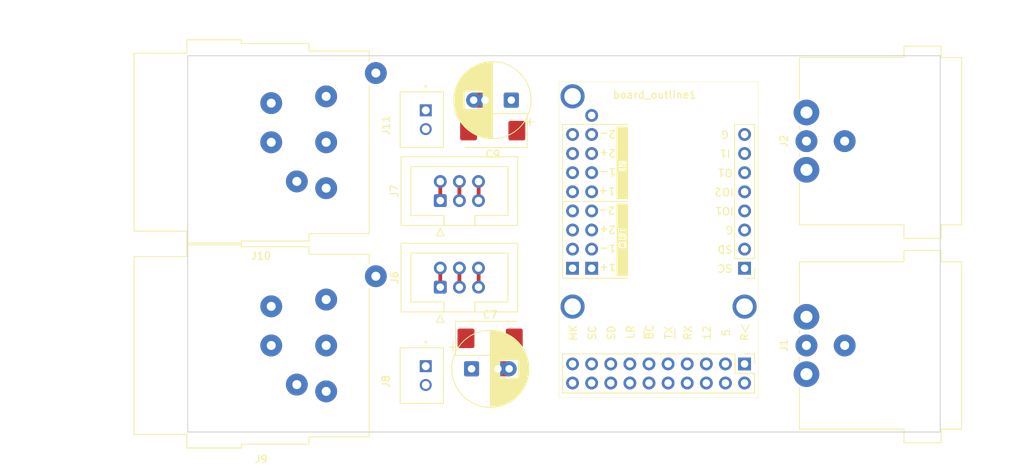
<source format=kicad_pcb>
(kicad_pcb (version 20241229) (generator "pcbnew") (generator_version "9.0")
  (layers (0 "F.Cu" signal) (2 "B.Cu" signal) (13 "F.Paste" user) (15 "B.Paste" user) (5 "F.SilkS" user "F.Silkscreen") (7 "B.SilkS" user "B.Silkscreen") (1 "F.Mask" user) (3 "B.Mask" user) (25 "Edge.Cuts" user))
  (net 0 "")
  (net 1 "34_RX8_RESET2")
  (net 2 "MCLK1+TDM1")
  (net 3 "/AUDIO_IN1P")
  (net 4 "GND")
  (net 6 "7_OUT1A+")
  (net 7 "SDA0")
  (net 10 "8_IN1")
  (net 13 "SCL0")
  (net 15 "BCLK1+TDM1")
  (net 19 "3.3V Teensy")
  (net 20 "35_TX8_RESET")
  (net 21 "/AUDIO_IN2P")
  (net 22 "/AUDIO_OUT2P")
  (net 23 "5V")
  (net 27 "LRCK1+TDM1")
  (net 50 "/AUDIO_IN2M")
  (net 51 "/AUDIO_OUT2M")
  (net 52 "/AUDIO_OUT1M")
  (net 53 "/AUDIO_OUT1P")
  (net 54 "/AUDIO_IN1M")
  (net 55 "/AUDIO_IN2M+")
  (net 56 "G")
  (net 57 "/AUDIO_IN2P+")
  (net 58 "/AUDIO_IN1P+")
  (net 59 "/AUDIO_IN1M+")
  (net 62 "Net-(C9-Pad2)")
  (footprint "project_fp:COMBO_XLR_NCJ6FI-H" (layer "F.Cu") (at 100 88.5)
    (property "Reference" "J9" (at 9.75 15.1 180) (layer "F.SilkS"))
    (property "Value" "COMBO_NCJ6FA-H")
    (pad "" np_thru_hole circle (at 7 4 180) (size 2.1 2.1) (drill 2.1) (layers "*.Cu" "*.Mask"))
    (pad "1" thru_hole circle (at 18.4 6.1 180) (size 2.9 2.9) (drill 1.2) (layers "*.Cu" "*.Mask"))
    (pad "2" thru_hole circle (at 18.4 -6.1 180) (size 2.9 2.9) (drill 1.2) (layers "*.Cu" "*.Mask"))
    (pad "3" thru_hole circle (at 18.4 0 180) (size 2.9 2.9) (drill 1.2) (layers "*.Cu" "*.Mask"))
    (pad "G" thru_hole circle (at 11.1 0 180) (size 2.9 2.9) (drill 1.2) (layers "*.Cu" "*.Mask"))
    (pad "R" thru_hole circle (at 14.5 5.2 180) (size 2.9 2.9) (drill 1.2) (layers "*.Cu" "*.Mask"))
    (pad "S" thru_hole circle (at 11.1 -5.2 180) (size 2.9 2.9) (drill 1.2) (layers "*.Cu" "*.Mask"))
    (pad "T" thru_hole circle (at 25 -9.2 180) (size 2.9 2.9) (drill 1.2) (layers "*.Cu" "*.Mask"))
  )
  (footprint "project_fp:audio_project_board_outline_100x50_minus4mounts" (layer "F.Cu") (at 200 100 90)
    (property "Reference" "board_outline3" (hide yes))
    (property "Value" "board_outline")
    (fp_line (start 0 -100) (end 50 -100) (stroke (width 0.12)) (layer "Edge.Cuts"))
    (fp_line (start 50 0) (end 50 -100) (stroke (width 0.12)) (layer "Edge.Cuts"))
    (fp_line (start 0 0) (end 0 -100) (stroke (width 0.12)) (layer "Edge.Cuts"))
    (fp_line (start 0 0) (end 50 0) (stroke (width 0.12)) (layer "Edge.Cuts"))
  )
  (footprint "project_fp:PREAMP_BYPASS_IDC-Header_2x03_P2.54mm_Vertical" (layer "F.Cu") (at 133.562323 80.7525 90)
    (property "Reference" "J6" (at 1.27 -6.1 90) (layer "F.SilkS"))
    (property "Value" "Conn_02x03_Odd_Even")
    (fp_line (start 0 0) (end 2.54 0) (stroke (width 0.5)) (layer "F.Cu"))
    (fp_line (start 0.03 2.54) (end 2.57 2.54) (stroke (width 0.5)) (layer "F.Cu"))
    (fp_line (start -0.02 5.1) (end 2.52 5.1) (stroke (width 0.5)) (layer "F.Cu"))
    (pad "1" thru_hole roundrect (at 0 0 90) (size 1.7 1.7) (drill 1) (layers "*.Cu" "*.Mask") (roundrect_rratio 0.147059) (net 3 "/AUDIO_IN1P"))
    (pad "2" thru_hole circle (at 2.54 0 90) (size 1.7 1.7) (drill 1) (layers "*.Cu" "*.Mask") (net 58 "/AUDIO_IN1P+"))
    (pad "3" thru_hole circle (at 0 2.54 90) (size 1.7 1.7) (drill 1) (layers "*.Cu" "*.Mask") (net 56 "G"))
    (pad "4" thru_hole circle (at 2.54 2.54 90) (size 1.7 1.7) (drill 1) (layers "*.Cu" "*.Mask") (net 56 "G"))
    (pad "5" thru_hole circle (at 0 5.08 90) (size 1.7 1.7) (drill 1) (layers "*.Cu" "*.Mask") (net 54 "/AUDIO_IN1M"))
    (pad "6" thru_hole circle (at 2.54 5.08 90) (size 1.7 1.7) (drill 1) (layers "*.Cu" "*.Mask") (net 59 "/AUDIO_IN1M+"))
  )
  (footprint "project_fp:audio_module_board_outline_50x34.5_d1_mod" (layer "F.Cu") (at 175.8 95.455 90)
    (property "Reference" "board_outline1" (at 40.25 -13.75 180) (layer "F.SilkS"))
    (property "Value" "TAC5212 Module" (hide yes))
    (fp_text user "SD" (at 19.76 -4.405 180) (layer "F.SilkS"))
    (fp_text user "IN" (at 30.8 -18 90) (layer "F.SilkS" knockout))
    (fp_text user "1+" (at 17.28 -20.005 180) (layer "F.SilkS"))
    (fp_text user "2-" (at 24.9 -20.1 180) (layer "F.SilkS"))
    (fp_text user "OUT" (at 21.2 -18 90) (layer "F.SilkS" knockout))
    (fp_text user "IO2" (at 27.38 -4.5 180) (layer "F.SilkS"))
    (fp_text user "RX" (at 8.64 -9.335 90) (layer "F.SilkS"))
    (fp_text user "G" (at 35 -4.405 180) (layer "F.SilkS"))
    (fp_text user "IO1" (at 24.84 -4.5 180) (layer "F.SilkS"))
    (fp_text user "1-" (at 29.98 -20.005 180) (layer "F.SilkS"))
    (fp_text user "R" (at 8.05 -1.8 90) (layer "F.SilkS"))
    (fp_text user "2-" (at 35.06 -20.005 180) (layer "F.SilkS"))
    (fp_text user "TX" (at 8.64 -11.875 90) (layer "F.SilkS"))
    (fp_text user "5" (at 8.64 -4.255 90) (layer "F.SilkS"))
    (fp_text user "G" (at 22.3 -3.805 180) (layer "F.SilkS"))
    (fp_text user "MK" (at 8.64 -24.575 90) (layer "F.SilkS"))
    (fp_text user "I1" (at 32.46 -4.405 180) (layer "F.SilkS"))
    (fp_text user "LR" (at 8.735 -16.955 90) (layer "F.SilkS"))
    (fp_text user "SC" (at 8.64 -22.035 90) (layer "F.SilkS"))
    (fp_text user "12" (at 8.64 -6.795 90) (layer "F.SilkS"))
    (fp_text user "SD" (at 8.64 -19.495 90) (layer "F.SilkS"))
    (fp_text user "SC" (at 17.22 -4.405 180) (layer "F.SilkS"))
    (fp_text user "O1" (at 29.92 -4.405 180) (layer "F.SilkS"))
    (fp_text user "1+" (at 27.44 -20.1 180) (layer "F.SilkS"))
    (fp_text user "2+" (at 32.52 -20.005 180) (layer "F.SilkS"))
    (fp_text user "1-" (at 19.82 -20.005 180) (layer "F.SilkS"))
    (fp_text user "2+" (at 22.36 -20.005 180) (layer "F.SilkS"))
    (fp_text user "BC" (at 8.735 -14.415 90) (layer "F.SilkS"))
    (pad "1" thru_hole rect (at 4.505 -1.805 270) (size 1.7 1.7) (drill 1) (layers "*.Cu" "*.Mask") (net 20 "35_TX8_RESET"))
    (pad "2" thru_hole oval (at 1.965 -1.805 270) (size 1.7 1.7) (drill 1) (layers "*.Cu" "*.Mask") (net 1 "34_RX8_RESET2"))
    (pad "3" thru_hole oval (at 4.505 -4.345 270) (size 1.7 1.7) (drill 1) (layers "*.Cu" "*.Mask") (net 23 "5V"))
    (pad "4" thru_hole oval (at 1.965 -4.345 270) (size 1.7 1.7) (drill 1) (layers "*.Cu" "*.Mask") (net 19 "3.3V Teensy"))
    (pad "5" thru_hole oval (at 4.505 -6.885 270) (size 1.7 1.7) (drill 1) (layers "*.Cu" "*.Mask"))
    (pad "6" thru_hole oval (at 1.965 -6.885 270) (size 1.7 1.7) (drill 1) (layers "*.Cu" "*.Mask") (net 4 "GND"))
    (pad "7" thru_hole oval (at 4.505 -9.425 270) (size 1.7 1.7) (drill 1) (layers "*.Cu" "*.Mask") (net 6 "7_OUT1A+"))
    (pad "8" thru_hole oval (at 1.965 -9.425 270) (size 1.7 1.7) (drill 1) (layers "*.Cu" "*.Mask") (net 4 "GND"))
    (pad "9" thru_hole oval (at 4.505 -11.965 270) (size 1.7 1.7) (drill 1) (layers "*.Cu" "*.Mask") (net 10 "8_IN1"))
    (pad "10" thru_hole oval (at 1.965 -11.965 270) (size 1.7 1.7) (drill 1) (layers "*.Cu" "*.Mask") (net 4 "GND"))
    (pad "11" thru_hole oval (at 4.505 -14.505 270) (size 1.7 1.7) (drill 1) (layers "*.Cu" "*.Mask") (net 15 "BCLK1+TDM1"))
    (pad "12" thru_hole oval (at 1.965 -14.505 270) (size 1.7 1.7) (drill 1) (layers "*.Cu" "*.Mask") (net 4 "GND"))
    (pad "13" thru_hole oval (at 4.505 -17.045 270) (size 1.7 1.7) (drill 1) (layers "*.Cu" "*.Mask") (net 27 "LRCK1+TDM1"))
    (pad "14" thru_hole oval (at 1.965 -17.045 270) (size 1.7 1.7) (drill 1) (layers "*.Cu" "*.Mask") (net 4 "GND"))
    (pad "15" thru_hole oval (at 4.505 -19.585 270) (size 1.7 1.7) (drill 1) (layers "*.Cu" "*.Mask") (net 7 "SDA0"))
    (pad "16" thru_hole oval (at 1.965 -19.585 270) (size 1.7 1.7) (drill 1) (layers "*.Cu" "*.Mask") (net 4 "GND"))
    (pad "17" thru_hole oval (at 4.505 -22.125 270) (size 1.7 1.7) (drill 1) (layers "*.Cu" "*.Mask") (net 13 "SCL0"))
    (pad "18" thru_hole oval (at 1.965 -22.125 270) (size 1.7 1.7) (drill 1) (layers "*.Cu" "*.Mask") (net 4 "GND"))
    (pad "19" thru_hole oval (at 4.505 -24.665 270) (size 1.7 1.7) (drill 1) (layers "*.Cu" "*.Mask") (net 2 "MCLK1+TDM1"))
    (pad "20" thru_hole oval (at 1.965 -24.665 270) (size 1.7 1.7) (drill 1) (layers "*.Cu" "*.Mask") (net 4 "GND"))
    (pad "21" thru_hole rect (at 17.215 -22.12 180) (size 1.7 1.7) (drill 1) (layers "*.Cu" "*.Mask") (net 53 "/AUDIO_OUT1P"))
    (pad "22" thru_hole rect (at 17.215 -24.66 180) (size 1.7 1.7) (drill 1) (layers "*.Cu" "*.Mask") (net 4 "GND"))
    (pad "23" thru_hole oval (at 19.755 -22.12 180) (size 1.7 1.7) (drill 1) (layers "*.Cu" "*.Mask") (net 52 "/AUDIO_OUT1M"))
    (pad "24" thru_hole oval (at 19.755 -24.66 180) (size 1.7 1.7) (drill 1) (layers "*.Cu" "*.Mask") (net 4 "GND"))
    (pad "25" thru_hole oval (at 22.295 -22.12 180) (size 1.7 1.7) (drill 1) (layers "*.Cu" "*.Mask") (net 22 "/AUDIO_OUT2P"))
    (pad "26" thru_hole oval (at 22.295 -24.66 180) (size 1.7 1.7) (drill 1) (layers "*.Cu" "*.Mask") (net 4 "GND"))
    (pad "27" thru_hole oval (at 24.835 -22.12 180) (size 1.7 1.7) (drill 1) (layers "*.Cu" "*.Mask") (net 51 "/AUDIO_OUT2M"))
    (pad "28" thru_hole oval (at 24.835 -24.66 180) (size 1.7 1.7) (drill 1) (layers "*.Cu" "*.Mask") (net 4 "GND"))
    (pad "29" thru_hole oval (at 27.375 -22.12 180) (size 1.7 1.7) (drill 1) (layers "*.Cu" "*.Mask") (net 3 "/AUDIO_IN1P"))
    (pad "30" thru_hole oval (at 27.375 -24.66 180) (size 1.7 1.7) (drill 1) (layers "*.Cu" "*.Mask") (net 4 "GND"))
    (pad "31" thru_hole oval (at 29.915 -22.12 180) (size 1.7 1.7) (drill 1) (layers "*.Cu" "*.Mask") (net 54 "/AUDIO_IN1M"))
    (pad "32" thru_hole oval (at 29.915 -24.66 180) (size 1.7 1.7) (drill 1) (layers "*.Cu" "*.Mask") (net 4 "GND"))
    (pad "33" thru_hole oval (at 32.455 -22.12 180) (size 1.7 1.7) (drill 1) (layers "*.Cu" "*.Mask") (net 21 "/AUDIO_IN2P"))
    (pad "34" thru_hole oval (at 32.455 -24.66 180) (size 1.7 1.7) (drill 1) (layers "*.Cu" "*.Mask") (net 4 "GND"))
    (pad "35" thru_hole oval (at 34.995 -22.12 180) (size 1.7 1.7) (drill 1) (layers "*.Cu" "*.Mask") (net 50 "/AUDIO_IN2M"))
    (pad "36" thru_hole oval (at 34.995 -24.66 180) (size 1.7 1.7) (drill 1) (layers "*.Cu" "*.Mask") (net 4 "GND"))
    (pad "37" thru_hole rect (at 17.215 -1.8 180) (size 1.7 1.7) (drill 1) (layers "*.Cu" "*.Mask"))
    (pad "38" thru_hole oval (at 19.755 -1.8 180) (size 1.7 1.7) (drill 1) (layers "*.Cu" "*.Mask"))
    (pad "39" thru_hole oval (at 22.295 -1.8 180) (size 1.7 1.7) (drill 1) (layers "*.Cu" "*.Mask"))
    (pad "40" thru_hole oval (at 24.835 -1.8 180) (size 1.7 1.7) (drill 1) (layers "*.Cu" "*.Mask"))
    (pad "41" thru_hole oval (at 27.375 -1.8 180) (size 1.7 1.7) (drill 1) (layers "*.Cu" "*.Mask"))
    (pad "42" thru_hole oval (at 29.915 -1.8 180) (size 1.7 1.7) (drill 1) (layers "*.Cu" "*.Mask"))
    (pad "43" thru_hole oval (at 32.455 -1.8 180) (size 1.7 1.7) (drill 1) (layers "*.Cu" "*.Mask"))
    (pad "44" thru_hole oval (at 34.995 -1.8 180) (size 1.7 1.7) (drill 1) (layers "*.Cu" "*.Mask"))
    (pad "48" thru_hole oval (at 37.52 -22.12 180) (size 1.7 1.7) (drill 1) (layers "*.Cu" "*.Mask"))
    (pad "49" thru_hole circle (at 12.12 -24.66 90) (size 3.2 3.2) (drill 2.2) (layers "*.Cu" "*.Mask"))
    (pad "50" thru_hole circle (at 40.06 -24.66 90) (size 3.2 3.2) (drill 2.2) (layers "*.Cu" "*.Mask"))
    (pad "51" thru_hole circle (at 12.12 -1.8 90) (size 3.2 3.2) (drill 2.2) (layers "*.Cu" "*.Mask") (net 4 "GND"))
  )
  (footprint "project_fp:XLRM_NC3MAH" (layer "F.Cu") (at 200 88.5 -90)
    (property "Reference" "J1" (at 0 20.78 90) (layer "F.SilkS"))
    (property "Value" "XLR3_Ground")
    (pad "" np_thru_hole circle (at -3.81 3.81 90) (size 1.6 1.6) (drill 1.6) (layers "*.Cu" "*.Mask"))
    (pad "" np_thru_hole circle (at 3.81 8.89 90) (size 1.6 1.6) (drill 1.6) (layers "*.Cu" "*.Mask"))
    (pad "1" thru_hole circle (at 3.81 17.78 90) (size 3.4 3.4) (drill 1.6) (layers "*.Cu" "*.Mask"))
    (pad "2" thru_hole circle (at -3.81 17.78 90) (size 3.4 3.4) (drill 1.6) (layers "*.Cu" "*.Mask"))
    (pad "3" thru_hole circle (at 0 17.78 90) (size 2.9 2.9) (drill 1.2) (layers "*.Cu" "*.Mask"))
    (pad "G" thru_hole circle (at 0 12.7 90) (size 2.9 2.9) (drill 1.2) (layers "*.Cu" "*.Mask"))
  )
  (footprint "project_fp:CP_Radial_D10.0mm_P5.00mm_AND_D8.0mm_P3.5mm" (layer "F.Cu") (at 137.714646 91.6)
    (property "Reference" "C7" (at 2.47 -7.2 0) (layer "F.SilkS"))
    (property "Value" "470 uF Electrolytic Audio-Grade")
    (pad "1" smd roundrect (at -0.7375 -4.05) (size 2.245 2.59) (layers "F.Cu" "F.Mask" "F.Paste") (roundrect_rratio 0.111359))
    (pad "1" thru_hole roundrect (at 0 0) (size 2 2) (drill 1) (layers "*.Cu" "*.Mask") (roundrect_rratio 0.125))
    (pad "2" thru_hole circle (at 3.5 0) (size 2 2) (drill 1) (layers "*.Cu" "*.Mask"))
    (pad "2" smd rect (at 4.25 0) (size 1.5 2) (layers "F.Cu" "F.Mask" "F.Paste"))
    (pad "2" thru_hole circle (at 5 0) (size 2 2) (drill 1) (layers "*.Cu" "*.Mask"))
    (pad "2" smd roundrect (at 5.6775 -4.05) (size 2.245 2.59) (layers "F.Cu" "F.Mask" "F.Paste") (roundrect_rratio 0.111359))
  )
  (footprint "project_fp:CP_Radial_D10.0mm_P5.00mm_AND_D8.0mm_P3.5mm" (layer "F.Cu") (at 143 55.9 180)
    (property "Reference" "C9" (at 2.47 -7.2 180) (layer "F.SilkS"))
    (property "Value" "470 uF Electrolytic Audio-Grade")
    (pad "1" smd roundrect (at -0.7375 -4.05 180) (size 2.245 2.59) (layers "F.Cu" "F.Mask" "F.Paste") (roundrect_rratio 0.111359))
    (pad "1" thru_hole roundrect (at 0 0 180) (size 2 2) (drill 1) (layers "*.Cu" "*.Mask") (roundrect_rratio 0.125))
    (pad "2" thru_hole circle (at 3.5 0 180) (size 2 2) (drill 1) (layers "*.Cu" "*.Mask") (net 62 "Net-(C9-Pad2)"))
    (pad "2" smd rect (at 4.25 0 180) (size 1.5 2) (layers "F.Cu" "F.Mask" "F.Paste") (net 62 "Net-(C9-Pad2)"))
    (pad "2" thru_hole circle (at 5 0 180) (size 2 2) (drill 1) (layers "*.Cu" "*.Mask") (net 62 "Net-(C9-Pad2)"))
    (pad "2" smd roundrect (at 5.6775 -4.05 180) (size 2.245 2.59) (layers "F.Cu" "F.Mask" "F.Paste") (roundrect_rratio 0.111359) (net 62 "Net-(C9-Pad2)"))
  )
  (footprint "project_fp:COMBO_XLR_NCJ6FI-H" (layer "F.Cu") (at 100 61.5)
    (property "Reference" "J10" (at 9.75 15.1 180) (layer "F.SilkS"))
    (property "Value" "COMBO_NCJ6FA-H")
    (pad "" np_thru_hole circle (at 7 4 180) (size 2.1 2.1) (drill 2.1) (layers "*.Cu" "*.Mask"))
    (pad "1" thru_hole circle (at 18.4 6.1 180) (size 2.9 2.9) (drill 1.2) (layers "*.Cu" "*.Mask"))
    (pad "2" thru_hole circle (at 18.4 -6.1 180) (size 2.9 2.9) (drill 1.2) (layers "*.Cu" "*.Mask"))
    (pad "3" thru_hole circle (at 18.4 0 180) (size 2.9 2.9) (drill 1.2) (layers "*.Cu" "*.Mask"))
    (pad "G" thru_hole circle (at 11.1 0 180) (size 2.9 2.9) (drill 1.2) (layers "*.Cu" "*.Mask"))
    (pad "R" thru_hole circle (at 14.5 5.2 180) (size 2.9 2.9) (drill 1.2) (layers "*.Cu" "*.Mask"))
    (pad "S" thru_hole circle (at 11.1 -5.2 180) (size 2.9 2.9) (drill 1.2) (layers "*.Cu" "*.Mask"))
    (pad "T" thru_hole circle (at 25 -9.2 180) (size 2.9 2.9) (drill 1.2) (layers "*.Cu" "*.Mask"))
  )
  (footprint "project_fp:PREAMP_BYPASS_IDC-Header_2x03_P2.54mm_Vertical" (layer "F.Cu") (at 133.562323 69.2525 90)
    (property "Reference" "J7" (at 1.27 -6.1 90) (layer "F.SilkS"))
    (property "Value" "Conn_02x03_Odd_Even")
    (fp_line (start 0 0) (end 2.54 0) (stroke (width 0.5)) (layer "F.Cu"))
    (fp_line (start 0.03 2.54) (end 2.57 2.54) (stroke (width 0.5)) (layer "F.Cu"))
    (fp_line (start -0.02 5.1) (end 2.52 5.1) (stroke (width 0.5)) (layer "F.Cu"))
    (pad "1" thru_hole roundrect (at 0 0 90) (size 1.7 1.7) (drill 1) (layers "*.Cu" "*.Mask") (roundrect_rratio 0.147059) (net 21 "/AUDIO_IN2P"))
    (pad "2" thru_hole circle (at 2.54 0 90) (size 1.7 1.7) (drill 1) (layers "*.Cu" "*.Mask") (net 57 "/AUDIO_IN2P+"))
    (pad "3" thru_hole circle (at 0 2.54 90) (size 1.7 1.7) (drill 1) (layers "*.Cu" "*.Mask") (net 56 "G"))
    (pad "4" thru_hole circle (at 2.54 2.54 90) (size 1.7 1.7) (drill 1) (layers "*.Cu" "*.Mask") (net 56 "G"))
    (pad "5" thru_hole circle (at 0 5.08 90) (size 1.7 1.7) (drill 1) (layers "*.Cu" "*.Mask") (net 50 "/AUDIO_IN2M"))
    (pad "6" thru_hole circle (at 2.54 5.08 90) (size 1.7 1.7) (drill 1) (layers "*.Cu" "*.Mask") (net 55 "/AUDIO_IN2M+"))
  )
  (footprint "project_fp:JST_B2B-XH-A" (layer "F.Cu") (at 131.107323 58.5 90)
    (property "Reference" "J11" (at -0.775 -4.76 90) (layer "F.SilkS"))
    (property "Value" "B2B-XH-A")
    (pad "1" thru_hole rect (at 1.25 0.525 90) (size 1.575 1.575) (drill 1.05) (layers "*.Cu" "*.Mask"))
    (pad "2" thru_hole circle (at -1.25 0.525 90) (size 1.575 1.575) (drill 1.05) (layers "*.Cu" "*.Mask"))
  )
  (footprint "project_fp:XLRM_NC3MAH" (layer "F.Cu") (at 200 61.35 -90)
    (property "Reference" "J2" (at 0 20.78 90) (layer "F.SilkS"))
    (property "Value" "XLR3_Ground")
    (pad "" np_thru_hole circle (at -3.81 3.81 90) (size 1.6 1.6) (drill 1.6) (layers "*.Cu" "*.Mask"))
    (pad "" np_thru_hole circle (at 3.81 8.89 90) (size 1.6 1.6) (drill 1.6) (layers "*.Cu" "*.Mask"))
    (pad "1" thru_hole circle (at 3.81 17.78 90) (size 3.4 3.4) (drill 1.6) (layers "*.Cu" "*.Mask"))
    (pad "2" thru_hole circle (at -3.81 17.78 90) (size 3.4 3.4) (drill 1.6) (layers "*.Cu" "*.Mask"))
    (pad "3" thru_hole circle (at 0 17.78 90) (size 2.9 2.9) (drill 1.2) (layers "*.Cu" "*.Mask"))
    (pad "G" thru_hole circle (at 0 12.7 90) (size 2.9 2.9) (drill 1.2) (layers "*.Cu" "*.Mask"))
  )
  (footprint "project_fp:JST_B2B-XH-A" (layer "F.Cu") (at 131.107323 92.5 90)
    (property "Reference" "J8" (at -0.775 -4.76 90) (layer "F.SilkS"))
    (property "Value" "B2B-XH-A")
    (pad "1" thru_hole rect (at 1.25 0.525 90) (size 1.575 1.575) (drill 1.05) (layers "*.Cu" "*.Mask"))
    (pad "2" thru_hole circle (at -1.25 0.525 90) (size 1.575 1.575) (drill 1.05) (layers "*.Cu" "*.Mask"))
  )
)
</source>
